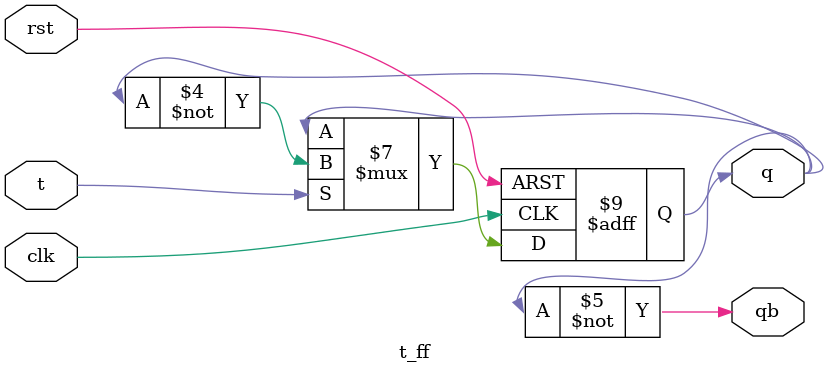
<source format=v>
`timescale 1ns/1ps
module t_ff(t,rst,clk,q,qb);
  input t,rst,clk;
  output reg q;
  output qb;
  always@(posedge clk or posedge rst)begin
    if(rst==1)begin
	  q <= 0;
	end
	else begin
	  if(t==0)q <= q;
	  else q <= ~q;
	end
  end
  assign qb = ~q;
endmodule

</source>
